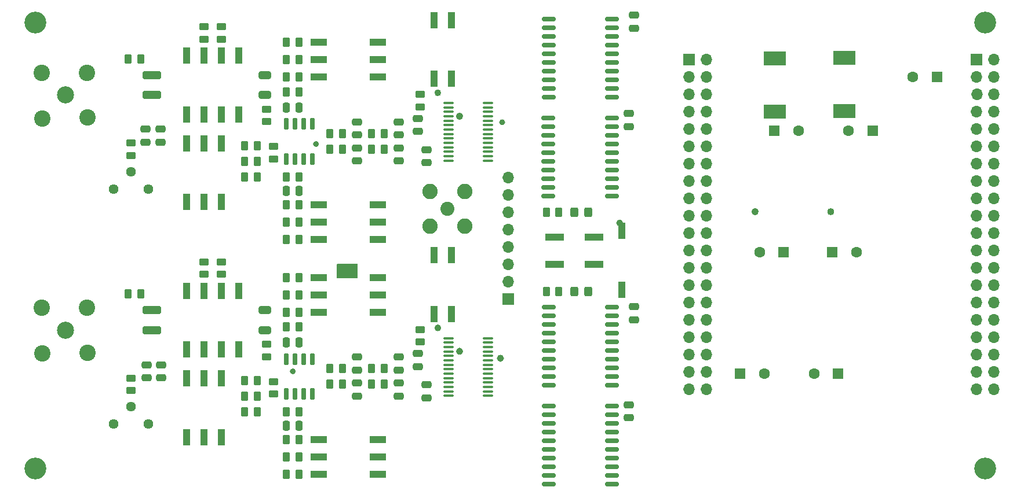
<source format=gbr>
%TF.GenerationSoftware,KiCad,Pcbnew,8.0.2*%
%TF.CreationDate,2025-02-26T15:06:23+00:00*%
%TF.ProjectId,misrc,6d697372-632e-46b6-9963-61645f706362,0.3*%
%TF.SameCoordinates,Original*%
%TF.FileFunction,Soldermask,Top*%
%TF.FilePolarity,Negative*%
%FSLAX46Y46*%
G04 Gerber Fmt 4.6, Leading zero omitted, Abs format (unit mm)*
G04 Created by KiCad (PCBNEW 8.0.2) date 2025-02-26 15:06:23*
%MOMM*%
%LPD*%
G01*
G04 APERTURE LIST*
G04 Aperture macros list*
%AMRoundRect*
0 Rectangle with rounded corners*
0 $1 Rounding radius*
0 $2 $3 $4 $5 $6 $7 $8 $9 X,Y pos of 4 corners*
0 Add a 4 corners polygon primitive as box body*
4,1,4,$2,$3,$4,$5,$6,$7,$8,$9,$2,$3,0*
0 Add four circle primitives for the rounded corners*
1,1,$1+$1,$2,$3*
1,1,$1+$1,$4,$5*
1,1,$1+$1,$6,$7*
1,1,$1+$1,$8,$9*
0 Add four rect primitives between the rounded corners*
20,1,$1+$1,$2,$3,$4,$5,0*
20,1,$1+$1,$4,$5,$6,$7,0*
20,1,$1+$1,$6,$7,$8,$9,0*
20,1,$1+$1,$8,$9,$2,$3,0*%
G04 Aperture macros list end*
%ADD10C,0.532905*%
%ADD11C,0.434210*%
%ADD12C,0.476609*%
%ADD13O,1.700000X1.700000*%
%ADD14RoundRect,0.150000X-0.875000X-0.150000X0.875000X-0.150000X0.875000X0.150000X-0.875000X0.150000X0*%
%ADD15R,2.440000X1.120000*%
%ADD16R,1.600000X1.600000*%
%ADD17C,1.600000*%
%ADD18RoundRect,0.250000X-0.475000X0.250000X-0.475000X-0.250000X0.475000X-0.250000X0.475000X0.250000X0*%
%ADD19RoundRect,0.250000X-0.262500X-0.450000X0.262500X-0.450000X0.262500X0.450000X-0.262500X0.450000X0*%
%ADD20R,1.700000X1.700000*%
%ADD21C,3.200000*%
%ADD22RoundRect,0.250000X-0.325000X-0.450000X0.325000X-0.450000X0.325000X0.450000X-0.325000X0.450000X0*%
%ADD23RoundRect,0.250000X1.100000X-0.325000X1.100000X0.325000X-1.100000X0.325000X-1.100000X-0.325000X0*%
%ADD24RoundRect,0.250000X-0.450000X0.262500X-0.450000X-0.262500X0.450000X-0.262500X0.450000X0.262500X0*%
%ADD25RoundRect,0.250000X0.450000X-0.262500X0.450000X0.262500X-0.450000X0.262500X-0.450000X-0.262500X0*%
%ADD26RoundRect,0.250000X0.262500X0.450000X-0.262500X0.450000X-0.262500X-0.450000X0.262500X-0.450000X0*%
%ADD27RoundRect,0.100000X-0.637500X-0.100000X0.637500X-0.100000X0.637500X0.100000X-0.637500X0.100000X0*%
%ADD28RoundRect,0.250000X-0.250000X-0.475000X0.250000X-0.475000X0.250000X0.475000X-0.250000X0.475000X0*%
%ADD29C,2.050000*%
%ADD30C,2.250000*%
%ADD31C,1.440000*%
%ADD32R,3.200000X2.000000*%
%ADD33R,1.120000X2.440000*%
%ADD34C,2.400000*%
%ADD35C,2.500000*%
%ADD36RoundRect,0.250000X0.475000X-0.250000X0.475000X0.250000X-0.475000X0.250000X-0.475000X-0.250000X0*%
%ADD37R,2.750000X1.000000*%
%ADD38RoundRect,0.250000X-0.650000X0.325000X-0.650000X-0.325000X0.650000X-0.325000X0.650000X0.325000X0*%
%ADD39RoundRect,0.150000X0.150000X-0.725000X0.150000X0.725000X-0.150000X0.725000X-0.150000X-0.725000X0*%
G04 APERTURE END LIST*
D10*
X132473452Y-116078000D02*
G75*
G02*
X131940548Y-116078000I-266452J0D01*
G01*
X131940548Y-116078000D02*
G75*
G02*
X132473452Y-116078000I266452J0D01*
G01*
X126504452Y-115062000D02*
G75*
G02*
X125971548Y-115062000I-266452J0D01*
G01*
X125971548Y-115062000D02*
G75*
G02*
X126504452Y-115062000I266452J0D01*
G01*
X126504452Y-80645000D02*
G75*
G02*
X125971548Y-80645000I-266452J0D01*
G01*
X125971548Y-80645000D02*
G75*
G02*
X126504452Y-80645000I266452J0D01*
G01*
D11*
X105478315Y-84709000D02*
G75*
G02*
X105044105Y-84709000I-217105J0D01*
G01*
X105044105Y-84709000D02*
G75*
G02*
X105478315Y-84709000I217105J0D01*
G01*
D10*
X169684452Y-94615000D02*
G75*
G02*
X169151548Y-94615000I-266452J0D01*
G01*
X169151548Y-94615000D02*
G75*
G02*
X169684452Y-94615000I266452J0D01*
G01*
D12*
X149864913Y-96266000D02*
G75*
G02*
X149388305Y-96266000I-238304J0D01*
G01*
X149388305Y-96266000D02*
G75*
G02*
X149864913Y-96266000I238304J0D01*
G01*
X123301304Y-77216000D02*
G75*
G02*
X122824696Y-77216000I-238304J0D01*
G01*
X122824696Y-77216000D02*
G75*
G02*
X123301304Y-77216000I238304J0D01*
G01*
X123301304Y-111633000D02*
G75*
G02*
X122824696Y-111633000I-238304J0D01*
G01*
X122824696Y-111633000D02*
G75*
G02*
X123301304Y-111633000I238304J0D01*
G01*
D11*
X132678105Y-81534000D02*
G75*
G02*
X132243895Y-81534000I-217105J0D01*
G01*
X132243895Y-81534000D02*
G75*
G02*
X132678105Y-81534000I217105J0D01*
G01*
D10*
X180733452Y-94615000D02*
G75*
G02*
X180200548Y-94615000I-266452J0D01*
G01*
X180200548Y-94615000D02*
G75*
G02*
X180733452Y-94615000I266452J0D01*
G01*
D11*
X102092895Y-117983000D02*
G75*
G02*
X101658685Y-117983000I-217105J0D01*
G01*
X101658685Y-117983000D02*
G75*
G02*
X102092895Y-117983000I217105J0D01*
G01*
D13*
%TO.C,*%
X159750000Y-77470000D03*
%TD*%
%TO.C,*%
X201840000Y-77470000D03*
%TD*%
D14*
%TO.C,U4*%
X139210000Y-80900000D03*
X139210000Y-82170000D03*
X139210000Y-83440000D03*
X139210000Y-84710000D03*
X139210000Y-85980000D03*
X139210000Y-87250000D03*
X139210000Y-88520000D03*
X139210000Y-89790000D03*
X139210000Y-91060000D03*
X139210000Y-92330000D03*
X148510000Y-92330000D03*
X148510000Y-91060000D03*
X148510000Y-89790000D03*
X148510000Y-88520000D03*
X148510000Y-87250000D03*
X148510000Y-85980000D03*
X148510000Y-84710000D03*
X148510000Y-83440000D03*
X148510000Y-82170000D03*
X148510000Y-80900000D03*
%TD*%
D15*
%TO.C,SW204*%
X105664000Y-93599000D03*
X105664000Y-96139000D03*
X105664000Y-98679000D03*
X114274000Y-98679000D03*
X114274000Y-96139000D03*
X114274000Y-93599000D03*
%TD*%
D16*
%TO.C,C19*%
X181554000Y-118364000D03*
D17*
X178054000Y-118364000D03*
%TD*%
D18*
%TO.C,C119*%
X117348000Y-119700000D03*
X117348000Y-121600000D03*
%TD*%
D19*
%TO.C,R120*%
X107291500Y-119888000D03*
X109116500Y-119888000D03*
%TD*%
D18*
%TO.C,C108*%
X111252000Y-115890000D03*
X111252000Y-117790000D03*
%TD*%
D19*
%TO.C,R211*%
X100928500Y-69850000D03*
X102753500Y-69850000D03*
%TD*%
D20*
%TO.C,J2*%
X133350000Y-107442000D03*
D13*
X133350000Y-104902000D03*
X133350000Y-102362000D03*
X133350000Y-99822000D03*
X133350000Y-97282000D03*
X133350000Y-94742000D03*
X133350000Y-92202000D03*
X133350000Y-89662000D03*
%TD*%
D19*
%TO.C,R213*%
X100928500Y-74930000D03*
X102753500Y-74930000D03*
%TD*%
D21*
%TO.C,H3*%
X203073000Y-132207000D03*
%TD*%
D19*
%TO.C,R101*%
X77827500Y-106680000D03*
X79652500Y-106680000D03*
%TD*%
D15*
%TO.C,SW103*%
X105677000Y-104267000D03*
X105677000Y-106807000D03*
X105677000Y-109347000D03*
X114287000Y-109347000D03*
X114287000Y-106807000D03*
X114287000Y-104267000D03*
%TD*%
D22*
%TO.C,D2*%
X142984000Y-94742000D03*
X145034000Y-94742000D03*
%TD*%
D19*
%TO.C,R116*%
X100941500Y-128016000D03*
X102766500Y-128016000D03*
%TD*%
D20*
%TO.C,J3*%
X201803000Y-72390000D03*
D13*
X204343000Y-72390000D03*
X201803000Y-74930000D03*
X204343000Y-74930000D03*
X204343000Y-77470000D03*
X201803000Y-80010000D03*
X204343000Y-80010000D03*
X201803000Y-82550000D03*
X204343000Y-82550000D03*
X201803000Y-85090000D03*
X204343000Y-85090000D03*
X201803000Y-87630000D03*
X204343000Y-87630000D03*
X201803000Y-90170000D03*
X204343000Y-90170000D03*
X201803000Y-92710000D03*
X204343000Y-92710000D03*
X201803000Y-95250000D03*
X204343000Y-95250000D03*
X201803000Y-97790000D03*
X204343000Y-97790000D03*
X201803000Y-100330000D03*
X204343000Y-100330000D03*
X201803000Y-102870000D03*
X204343000Y-102870000D03*
X201803000Y-105410000D03*
X204343000Y-105410000D03*
X201803000Y-107950000D03*
X204343000Y-107950000D03*
X201803000Y-110490000D03*
X204343000Y-110490000D03*
X201803000Y-113030000D03*
X204343000Y-113030000D03*
X201803000Y-115570000D03*
X204343000Y-115570000D03*
X201803000Y-118110000D03*
X204343000Y-118110000D03*
X201803000Y-120650000D03*
X204343000Y-120650000D03*
%TD*%
D23*
%TO.C,C101*%
X81280000Y-111965000D03*
X81280000Y-109015000D03*
%TD*%
D24*
%TO.C,R209*%
X98031000Y-79605500D03*
X98031000Y-81430500D03*
%TD*%
D25*
%TO.C,R203*%
X91427000Y-69365500D03*
X91427000Y-67540500D03*
%TD*%
D26*
%TO.C,R208*%
X96657500Y-84963000D03*
X94832500Y-84963000D03*
%TD*%
%TO.C,R206*%
X96657500Y-87249000D03*
X94832500Y-87249000D03*
%TD*%
D24*
%TO.C,R110*%
X99060000Y-119483500D03*
X99060000Y-121308500D03*
%TD*%
D27*
%TO.C,U102*%
X124645500Y-113123000D03*
X124645500Y-113773000D03*
X124645500Y-114423000D03*
X124645500Y-115073000D03*
X124645500Y-115723000D03*
X124645500Y-116373000D03*
X124645500Y-117023000D03*
X124645500Y-117673000D03*
X124645500Y-118323000D03*
X124645500Y-118973000D03*
X124645500Y-119623000D03*
X124645500Y-120273000D03*
X124645500Y-120923000D03*
X124645500Y-121573000D03*
X130370500Y-121573000D03*
X130370500Y-120923000D03*
X130370500Y-120273000D03*
X130370500Y-119623000D03*
X130370500Y-118973000D03*
X130370500Y-118323000D03*
X130370500Y-117673000D03*
X130370500Y-117023000D03*
X130370500Y-116373000D03*
X130370500Y-115723000D03*
X130370500Y-115073000D03*
X130370500Y-114423000D03*
X130370500Y-113773000D03*
X130370500Y-113123000D03*
%TD*%
D24*
%TO.C,R210*%
X99047000Y-85066500D03*
X99047000Y-86891500D03*
%TD*%
D28*
%TO.C,C106*%
X100904000Y-113792000D03*
X102804000Y-113792000D03*
%TD*%
D14*
%TO.C,U5*%
X139241000Y-66421000D03*
X139241000Y-67691000D03*
X139241000Y-68961000D03*
X139241000Y-70231000D03*
X139241000Y-71501000D03*
X139241000Y-72771000D03*
X139241000Y-74041000D03*
X139241000Y-75311000D03*
X139241000Y-76581000D03*
X139241000Y-77851000D03*
X148541000Y-77851000D03*
X148541000Y-76581000D03*
X148541000Y-75311000D03*
X148541000Y-74041000D03*
X148541000Y-72771000D03*
X148541000Y-71501000D03*
X148541000Y-70231000D03*
X148541000Y-68961000D03*
X148541000Y-67691000D03*
X148541000Y-66421000D03*
%TD*%
D18*
%TO.C,C225*%
X120129000Y-80965000D03*
X120129000Y-82865000D03*
%TD*%
D28*
%TO.C,C206*%
X100891000Y-79375000D03*
X102791000Y-79375000D03*
%TD*%
D19*
%TO.C,R215*%
X100928500Y-89535000D03*
X102753500Y-89535000D03*
%TD*%
D29*
%TO.C,J1*%
X124460000Y-94234000D03*
D30*
X121920000Y-91694000D03*
X121920000Y-96774000D03*
X127000000Y-91694000D03*
X127000000Y-96774000D03*
%TD*%
D15*
%TO.C,SW203*%
X105677000Y-69850000D03*
X105677000Y-72390000D03*
X105677000Y-74930000D03*
X114287000Y-74930000D03*
X114287000Y-72390000D03*
X114287000Y-69850000D03*
%TD*%
D31*
%TO.C,RV201*%
X75692000Y-91313000D03*
X78232000Y-88773000D03*
X80772000Y-91313000D03*
%TD*%
D16*
%TO.C,C17*%
X180721000Y-100584000D03*
D17*
X184221000Y-100584000D03*
%TD*%
D19*
%TO.C,R122*%
X113387500Y-119888000D03*
X115212500Y-119888000D03*
%TD*%
D32*
%TO.C,L1*%
X172339000Y-72173000D03*
X172339000Y-79973000D03*
%TD*%
D16*
%TO.C,C11*%
X186564651Y-82804000D03*
D17*
X183064651Y-82804000D03*
%TD*%
D26*
%TO.C,R108*%
X96670500Y-119380000D03*
X94845500Y-119380000D03*
%TD*%
%TO.C,R2*%
X140739500Y-106299000D03*
X138914500Y-106299000D03*
%TD*%
%TO.C,R106*%
X96670500Y-121666000D03*
X94845500Y-121666000D03*
%TD*%
D18*
%TO.C,C208*%
X111239000Y-81473000D03*
X111239000Y-83373000D03*
%TD*%
D14*
%TO.C,U2*%
X139241000Y-123063000D03*
X139241000Y-124333000D03*
X139241000Y-125603000D03*
X139241000Y-126873000D03*
X139241000Y-128143000D03*
X139241000Y-129413000D03*
X139241000Y-130683000D03*
X139241000Y-131953000D03*
X139241000Y-133223000D03*
X139241000Y-134493000D03*
X148541000Y-134493000D03*
X148541000Y-133223000D03*
X148541000Y-131953000D03*
X148541000Y-130683000D03*
X148541000Y-129413000D03*
X148541000Y-128143000D03*
X148541000Y-126873000D03*
X148541000Y-125603000D03*
X148541000Y-124333000D03*
X148541000Y-123063000D03*
%TD*%
D19*
%TO.C,R216*%
X100928500Y-93599000D03*
X102753500Y-93599000D03*
%TD*%
D33*
%TO.C,SW201*%
X86347000Y-80378000D03*
X88887000Y-80378000D03*
X91427000Y-80378000D03*
X93967000Y-80378000D03*
X93967000Y-71768000D03*
X91427000Y-71768000D03*
X88887000Y-71768000D03*
X86347000Y-71768000D03*
%TD*%
D25*
%TO.C,R223*%
X120510000Y-79271500D03*
X120510000Y-77446500D03*
%TD*%
D21*
%TO.C,H2*%
X64262000Y-132207000D03*
%TD*%
D22*
%TO.C,D1*%
X142984000Y-106299000D03*
X145034000Y-106299000D03*
%TD*%
D32*
%TO.C,L2*%
X182499000Y-72083000D03*
X182499000Y-79883000D03*
%TD*%
D25*
%TO.C,R102*%
X88900000Y-103782500D03*
X88900000Y-101957500D03*
%TD*%
D34*
%TO.C,J202*%
X71850000Y-80840000D03*
X65240000Y-80950000D03*
X71800000Y-74260000D03*
X65200000Y-74270000D03*
D35*
X68640000Y-77550000D03*
%TD*%
D23*
%TO.C,C201*%
X81267000Y-77548000D03*
X81267000Y-74598000D03*
%TD*%
D19*
%TO.C,R115*%
X100941500Y-123952000D03*
X102766500Y-123952000D03*
%TD*%
%TO.C,R111*%
X100941500Y-104267000D03*
X102766500Y-104267000D03*
%TD*%
D33*
%TO.C,SW105*%
X125095000Y-100978000D03*
X122555000Y-100978000D03*
X122555000Y-109588000D03*
X125095000Y-109588000D03*
%TD*%
D36*
%TO.C,C224*%
X121399000Y-87437000D03*
X121399000Y-85537000D03*
%TD*%
D19*
%TO.C,R220*%
X107278500Y-85471000D03*
X109103500Y-85471000D03*
%TD*%
D18*
%TO.C,C109*%
X111252000Y-119700000D03*
X111252000Y-121600000D03*
%TD*%
%TO.C,C125*%
X120142000Y-115382000D03*
X120142000Y-117282000D03*
%TD*%
%TO.C,C209*%
X111239000Y-85283000D03*
X111239000Y-87183000D03*
%TD*%
D19*
%TO.C,R212*%
X100928500Y-72390000D03*
X102753500Y-72390000D03*
%TD*%
%TO.C,R113*%
X100941500Y-109347000D03*
X102766500Y-109347000D03*
%TD*%
D26*
%TO.C,R207*%
X96657500Y-89535000D03*
X94832500Y-89535000D03*
%TD*%
D19*
%TO.C,R222*%
X113374500Y-85471000D03*
X115199500Y-85471000D03*
%TD*%
D16*
%TO.C,C10*%
X172240000Y-82801000D03*
D17*
X175740000Y-82801000D03*
%TD*%
D14*
%TO.C,U3*%
X139241000Y-108585000D03*
X139241000Y-109855000D03*
X139241000Y-111125000D03*
X139241000Y-112395000D03*
X139241000Y-113665000D03*
X139241000Y-114935000D03*
X139241000Y-116205000D03*
X139241000Y-117475000D03*
X139241000Y-118745000D03*
X139241000Y-120015000D03*
X148541000Y-120015000D03*
X148541000Y-118745000D03*
X148541000Y-117475000D03*
X148541000Y-116205000D03*
X148541000Y-114935000D03*
X148541000Y-113665000D03*
X148541000Y-112395000D03*
X148541000Y-111125000D03*
X148541000Y-109855000D03*
X148541000Y-108585000D03*
%TD*%
D36*
%TO.C,C128*%
X82677000Y-118933000D03*
X82677000Y-117033000D03*
%TD*%
D28*
%TO.C,C107*%
X100904000Y-125984000D03*
X102804000Y-125984000D03*
%TD*%
D26*
%TO.C,R107*%
X96670500Y-123952000D03*
X94845500Y-123952000D03*
%TD*%
D19*
%TO.C,R218*%
X100928500Y-98679000D03*
X102753500Y-98679000D03*
%TD*%
%TO.C,R119*%
X107291500Y-117602000D03*
X109116500Y-117602000D03*
%TD*%
D16*
%TO.C,C6*%
X195962651Y-74930000D03*
D17*
X192462651Y-74930000D03*
%TD*%
D16*
%TO.C,C18*%
X167259000Y-118364000D03*
D17*
X170759000Y-118364000D03*
%TD*%
D19*
%TO.C,R219*%
X107278500Y-83185000D03*
X109103500Y-83185000D03*
%TD*%
D33*
%TO.C,SW2*%
X149987000Y-106019000D03*
X149987000Y-97409000D03*
%TD*%
D37*
%TO.C,SW1*%
X145882000Y-102330000D03*
X140122000Y-102330000D03*
X145882000Y-98330000D03*
X140122000Y-98330000D03*
%TD*%
D21*
%TO.C,H1*%
X64262000Y-66929000D03*
%TD*%
D18*
%TO.C,C2*%
X151003000Y-80269000D03*
X151003000Y-82169000D03*
%TD*%
D38*
%TO.C,C105*%
X97790000Y-109015000D03*
X97790000Y-111965000D03*
%TD*%
D36*
%TO.C,C228*%
X82550000Y-84450000D03*
X82550000Y-82550000D03*
%TD*%
D19*
%TO.C,R201*%
X77814500Y-72263000D03*
X79639500Y-72263000D03*
%TD*%
D35*
%TO.C,J201*%
X68645000Y-111960000D03*
D34*
X65205000Y-108680000D03*
X71805000Y-108670000D03*
X65245000Y-115360000D03*
X71855000Y-115250000D03*
%TD*%
D19*
%TO.C,R217*%
X100928500Y-96139000D03*
X102753500Y-96139000D03*
%TD*%
D18*
%TO.C,C118*%
X117348000Y-115890000D03*
X117348000Y-117790000D03*
%TD*%
%TO.C,C4*%
X151003000Y-122875000D03*
X151003000Y-124775000D03*
%TD*%
D19*
%TO.C,R118*%
X100941500Y-133096000D03*
X102766500Y-133096000D03*
%TD*%
%TO.C,R221*%
X113374500Y-83185000D03*
X115199500Y-83185000D03*
%TD*%
D16*
%TO.C,C16*%
X173609000Y-100584000D03*
D17*
X170109000Y-100584000D03*
%TD*%
D24*
%TO.C,R228*%
X78232000Y-84558500D03*
X78232000Y-86383500D03*
%TD*%
D33*
%TO.C,SW101*%
X86360000Y-114795000D03*
X88900000Y-114795000D03*
X91440000Y-114795000D03*
X93980000Y-114795000D03*
X93980000Y-106185000D03*
X91440000Y-106185000D03*
X88900000Y-106185000D03*
X86360000Y-106185000D03*
%TD*%
D24*
%TO.C,R109*%
X98044000Y-114022500D03*
X98044000Y-115847500D03*
%TD*%
D36*
%TO.C,C227*%
X80391000Y-84450000D03*
X80391000Y-82550000D03*
%TD*%
D33*
%TO.C,SW202*%
X91427000Y-84608000D03*
X88887000Y-84608000D03*
X86347000Y-84608000D03*
X86347000Y-93218000D03*
X88887000Y-93218000D03*
X91427000Y-93218000D03*
%TD*%
D19*
%TO.C,R112*%
X100941500Y-106807000D03*
X102766500Y-106807000D03*
%TD*%
D25*
%TO.C,R103*%
X91440000Y-103782500D03*
X91440000Y-101957500D03*
%TD*%
D39*
%TO.C,U201*%
X100965000Y-86903000D03*
X102235000Y-86903000D03*
X103505000Y-86903000D03*
X104775000Y-86903000D03*
X104775000Y-81753000D03*
X103505000Y-81753000D03*
X102235000Y-81753000D03*
X100965000Y-81753000D03*
%TD*%
D18*
%TO.C,C219*%
X117335000Y-85283000D03*
X117335000Y-87183000D03*
%TD*%
D21*
%TO.C,H4*%
X203073000Y-66929000D03*
%TD*%
D27*
%TO.C,U202*%
X124632500Y-78706000D03*
X124632500Y-79356000D03*
X124632500Y-80006000D03*
X124632500Y-80656000D03*
X124632500Y-81306000D03*
X124632500Y-81956000D03*
X124632500Y-82606000D03*
X124632500Y-83256000D03*
X124632500Y-83906000D03*
X124632500Y-84556000D03*
X124632500Y-85206000D03*
X124632500Y-85856000D03*
X124632500Y-86506000D03*
X124632500Y-87156000D03*
X130357500Y-87156000D03*
X130357500Y-86506000D03*
X130357500Y-85856000D03*
X130357500Y-85206000D03*
X130357500Y-84556000D03*
X130357500Y-83906000D03*
X130357500Y-83256000D03*
X130357500Y-82606000D03*
X130357500Y-81956000D03*
X130357500Y-81306000D03*
X130357500Y-80656000D03*
X130357500Y-80006000D03*
X130357500Y-79356000D03*
X130357500Y-78706000D03*
%TD*%
D25*
%TO.C,R202*%
X88887000Y-69365500D03*
X88887000Y-67540500D03*
%TD*%
D19*
%TO.C,R121*%
X113387500Y-117602000D03*
X115212500Y-117602000D03*
%TD*%
%TO.C,R214*%
X100928500Y-77089000D03*
X102753500Y-77089000D03*
%TD*%
D33*
%TO.C,SW205*%
X125082000Y-66561000D03*
X122542000Y-66561000D03*
X122542000Y-75171000D03*
X125082000Y-75171000D03*
%TD*%
D18*
%TO.C,C3*%
X151765000Y-108524000D03*
X151765000Y-110424000D03*
%TD*%
D39*
%TO.C,U101*%
X100965000Y-121320000D03*
X102235000Y-121320000D03*
X103505000Y-121320000D03*
X104775000Y-121320000D03*
X104775000Y-116170000D03*
X103505000Y-116170000D03*
X102235000Y-116170000D03*
X100965000Y-116170000D03*
%TD*%
D31*
%TO.C,RV101*%
X75707000Y-125685000D03*
X78247000Y-123145000D03*
X80787000Y-125685000D03*
%TD*%
D33*
%TO.C,SW102*%
X91440000Y-119025000D03*
X88900000Y-119025000D03*
X86360000Y-119025000D03*
X86360000Y-127635000D03*
X88900000Y-127635000D03*
X91440000Y-127635000D03*
%TD*%
D26*
%TO.C,R3*%
X140739500Y-94742000D03*
X138914500Y-94742000D03*
%TD*%
D24*
%TO.C,R127*%
X78232000Y-118999000D03*
X78232000Y-120824000D03*
%TD*%
D19*
%TO.C,R117*%
X100941500Y-130556000D03*
X102766500Y-130556000D03*
%TD*%
D25*
%TO.C,R123*%
X120523000Y-113688500D03*
X120523000Y-111863500D03*
%TD*%
D36*
%TO.C,C124*%
X121412000Y-121854000D03*
X121412000Y-119954000D03*
%TD*%
D20*
%TO.C,J4*%
X159800000Y-72390000D03*
D13*
X162340000Y-72390000D03*
X159800000Y-74930000D03*
X162340000Y-74930000D03*
X162340000Y-77470000D03*
X159800000Y-80010000D03*
X162340000Y-80010000D03*
X159800000Y-82550000D03*
X162340000Y-82550000D03*
X159800000Y-85090000D03*
X162340000Y-85090000D03*
X159800000Y-87630000D03*
X162340000Y-87630000D03*
X159800000Y-90170000D03*
X162340000Y-90170000D03*
X159800000Y-92710000D03*
X162340000Y-92710000D03*
X159800000Y-95250000D03*
X162340000Y-95250000D03*
X159800000Y-97790000D03*
X162340000Y-97790000D03*
X159800000Y-100330000D03*
X162340000Y-100330000D03*
X159800000Y-102870000D03*
X162340000Y-102870000D03*
X159800000Y-105410000D03*
X162340000Y-105410000D03*
X159800000Y-107950000D03*
X162340000Y-107950000D03*
X159800000Y-110490000D03*
X162340000Y-110490000D03*
X159800000Y-113030000D03*
X162340000Y-113030000D03*
X159800000Y-115570000D03*
X162340000Y-115570000D03*
X159800000Y-118110000D03*
X162340000Y-118110000D03*
X159800000Y-120650000D03*
X162340000Y-120650000D03*
%TD*%
D36*
%TO.C,C127*%
X80518000Y-118933000D03*
X80518000Y-117033000D03*
%TD*%
D15*
%TO.C,SW104*%
X105677000Y-128016000D03*
X105677000Y-130556000D03*
X105677000Y-133096000D03*
X114287000Y-133096000D03*
X114287000Y-130556000D03*
X114287000Y-128016000D03*
%TD*%
D18*
%TO.C,C1*%
X151765000Y-65852000D03*
X151765000Y-67752000D03*
%TD*%
D28*
%TO.C,C207*%
X100891000Y-91567000D03*
X102791000Y-91567000D03*
%TD*%
D38*
%TO.C,C205*%
X97777000Y-74598000D03*
X97777000Y-77548000D03*
%TD*%
D18*
%TO.C,C218*%
X117335000Y-81473000D03*
X117335000Y-83373000D03*
%TD*%
D19*
%TO.C,R114*%
X100941500Y-111506000D03*
X102766500Y-111506000D03*
%TD*%
G36*
X111322039Y-102254685D02*
G01*
X111367794Y-102307489D01*
X111379000Y-102359000D01*
X111379000Y-104270000D01*
X111359315Y-104337039D01*
X111306511Y-104382794D01*
X111255000Y-104394000D01*
X108455000Y-104394000D01*
X108387961Y-104374315D01*
X108342206Y-104321511D01*
X108331000Y-104270000D01*
X108331000Y-102359000D01*
X108350685Y-102291961D01*
X108403489Y-102246206D01*
X108455000Y-102235000D01*
X111255000Y-102235000D01*
X111322039Y-102254685D01*
G37*
M02*

</source>
